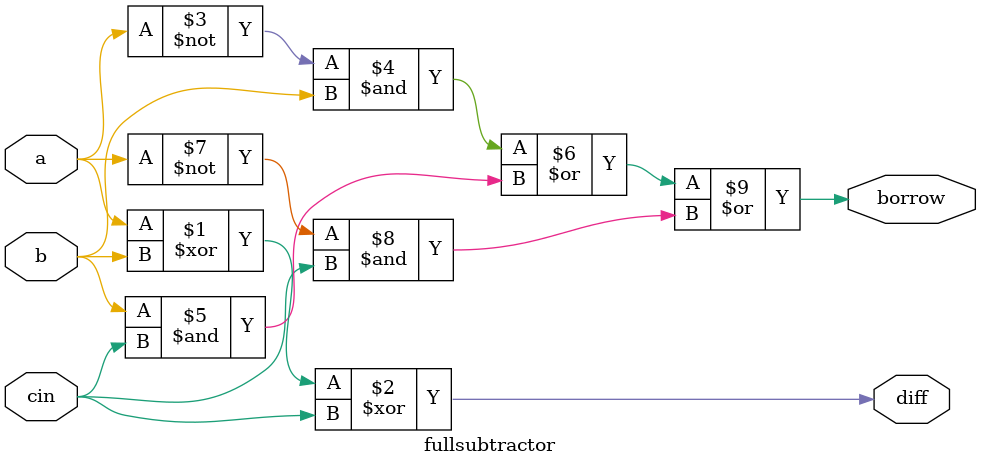
<source format=v>
module fullsubtractor (a,b,cin,diff,borrow);
  input a,b,cin;
  output diff,borrow;
  
  assign diff = a ^ b^cin;
  assign borrow = (~a & b) | (b & cin) | (~a & cin) ;
  
endmodule

</source>
